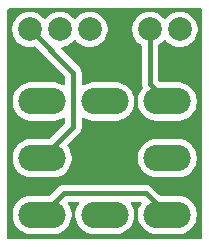
<source format=gbr>
%TF.GenerationSoftware,KiCad,Pcbnew,9.0.0*%
%TF.CreationDate,2025-02-28T17:36:00-08:00*%
%TF.ProjectId,3pdt board,33706474-2062-46f6-9172-642e6b696361,rev?*%
%TF.SameCoordinates,Original*%
%TF.FileFunction,Copper,L1,Top*%
%TF.FilePolarity,Positive*%
%FSLAX46Y46*%
G04 Gerber Fmt 4.6, Leading zero omitted, Abs format (unit mm)*
G04 Created by KiCad (PCBNEW 9.0.0) date 2025-02-28 17:36:00*
%MOMM*%
%LPD*%
G01*
G04 APERTURE LIST*
%TA.AperFunction,ComponentPad*%
%ADD10O,4.000000X2.250000*%
%TD*%
%TA.AperFunction,ComponentPad*%
%ADD11C,2.000000*%
%TD*%
%TA.AperFunction,Conductor*%
%ADD12C,0.400000*%
%TD*%
G04 APERTURE END LIST*
D10*
%TO.P,SW_3PDT1,9*%
%TO.N,Net-(SW_3PDT1-Pad3)*%
X144900000Y-83900000D03*
%TO.P,SW_3PDT1,8*%
%TO.N,Net-(JO1-Pin_1)*%
X144900000Y-79100000D03*
%TO.P,SW_3PDT1,7*%
%TO.N,Net-(OUT1-Pin_1)*%
X144900000Y-74300000D03*
%TO.P,SW_3PDT1,6*%
%TO.N,Net-(IN1-Pin_1)*%
X139600000Y-83900000D03*
%TO.P,SW_3PDT1,5*%
%TO.N,GND*%
X139600000Y-79100000D03*
%TO.P,SW_3PDT1,4*%
%TO.N,Net-(LED1-Pin_1)*%
X139600000Y-74300000D03*
%TO.P,SW_3PDT1,3*%
%TO.N,Net-(SW_3PDT1-Pad3)*%
X134300000Y-83900000D03*
%TO.P,SW_3PDT1,2*%
%TO.N,Net-(JI1-Pin_1)*%
X134300000Y-79100000D03*
%TO.P,SW_3PDT1,1*%
%TO.N,Net-(IN1-Pin_1)*%
X134300000Y-74300000D03*
%TD*%
D11*
%TO.P,OUT1,1,Pin_1*%
%TO.N,Net-(OUT1-Pin_1)*%
X143410000Y-68190000D03*
%TD*%
%TO.P,LED1,1,Pin_1*%
%TO.N,Net-(LED1-Pin_1)*%
X138330000Y-68190000D03*
%TD*%
%TO.P,JO1,1,Pin_1*%
%TO.N,Net-(JO1-Pin_1)*%
X145950000Y-68190000D03*
%TD*%
%TO.P,JI1,1,Pin_1*%
%TO.N,Net-(JI1-Pin_1)*%
X133250000Y-68190000D03*
%TD*%
%TO.P,IN1,1,Pin_1*%
%TO.N,Net-(IN1-Pin_1)*%
X135790000Y-68190000D03*
%TD*%
%TO.P,GND1,1,Pin_1*%
%TO.N,GND*%
X140870000Y-68190000D03*
%TD*%
D12*
%TO.N,Net-(JI1-Pin_1)*%
X133250000Y-68190000D02*
X136950000Y-71890000D01*
X136950000Y-71890000D02*
X136950000Y-76450000D01*
X136950000Y-76450000D02*
X134300000Y-79100000D01*
%TO.N,Net-(OUT1-Pin_1)*%
X143420000Y-72810000D02*
X144910000Y-74300000D01*
X143420000Y-68250000D02*
X143420000Y-72810000D01*
%TO.N,Net-(SW_3PDT1-Pad3)*%
X136120000Y-82080000D02*
X134300000Y-83900000D01*
X143080000Y-82080000D02*
X136120000Y-82080000D01*
X144900000Y-83900000D02*
X143080000Y-82080000D01*
%TD*%
%TA.AperFunction,Conductor*%
%TO.N,GND*%
G36*
X147792539Y-66450185D02*
G01*
X147838294Y-66502989D01*
X147849500Y-66554500D01*
X147849500Y-85805500D01*
X147829815Y-85872539D01*
X147777011Y-85918294D01*
X147725500Y-85929500D01*
X131474500Y-85929500D01*
X131407461Y-85909815D01*
X131361706Y-85857011D01*
X131350500Y-85805500D01*
X131350500Y-83772070D01*
X131799500Y-83772070D01*
X131799500Y-84027929D01*
X131839526Y-84280640D01*
X131918588Y-84523972D01*
X131918589Y-84523975D01*
X132034750Y-84751950D01*
X132185132Y-84958935D01*
X132185136Y-84958940D01*
X132366059Y-85139863D01*
X132366064Y-85139867D01*
X132546607Y-85271038D01*
X132573053Y-85290252D01*
X132722080Y-85366185D01*
X132801024Y-85406410D01*
X132801027Y-85406411D01*
X132922693Y-85445942D01*
X133044361Y-85485474D01*
X133297070Y-85525500D01*
X133297071Y-85525500D01*
X135302929Y-85525500D01*
X135302930Y-85525500D01*
X135555639Y-85485474D01*
X135798975Y-85406410D01*
X136026947Y-85290252D01*
X136233942Y-85139862D01*
X136414862Y-84958942D01*
X136565252Y-84751947D01*
X136681410Y-84523975D01*
X136760474Y-84280639D01*
X136800500Y-84027930D01*
X136800500Y-83772070D01*
X136760474Y-83519361D01*
X136681410Y-83276025D01*
X136681410Y-83276024D01*
X136641185Y-83197080D01*
X136565252Y-83048053D01*
X136561139Y-83042392D01*
X136513910Y-82977385D01*
X136490430Y-82911578D01*
X136506256Y-82843525D01*
X136556362Y-82794830D01*
X136614228Y-82780500D01*
X137285772Y-82780500D01*
X137352811Y-82800185D01*
X137398566Y-82852989D01*
X137408510Y-82922147D01*
X137386090Y-82977385D01*
X137334750Y-83048049D01*
X137218589Y-83276024D01*
X137218588Y-83276027D01*
X137139526Y-83519359D01*
X137099500Y-83772070D01*
X137099500Y-84027929D01*
X137139526Y-84280640D01*
X137218588Y-84523972D01*
X137218589Y-84523975D01*
X137334750Y-84751950D01*
X137485132Y-84958935D01*
X137485136Y-84958940D01*
X137666059Y-85139863D01*
X137666064Y-85139867D01*
X137846607Y-85271038D01*
X137873053Y-85290252D01*
X138022080Y-85366185D01*
X138101024Y-85406410D01*
X138101027Y-85406411D01*
X138222693Y-85445942D01*
X138344361Y-85485474D01*
X138597070Y-85525500D01*
X138597071Y-85525500D01*
X140602929Y-85525500D01*
X140602930Y-85525500D01*
X140855639Y-85485474D01*
X141098975Y-85406410D01*
X141326947Y-85290252D01*
X141533942Y-85139862D01*
X141714862Y-84958942D01*
X141865252Y-84751947D01*
X141981410Y-84523975D01*
X142060474Y-84280639D01*
X142100500Y-84027930D01*
X142100500Y-83772070D01*
X142060474Y-83519361D01*
X141981410Y-83276025D01*
X141981410Y-83276024D01*
X141941185Y-83197080D01*
X141865252Y-83048053D01*
X141861139Y-83042392D01*
X141813910Y-82977385D01*
X141790430Y-82911578D01*
X141806256Y-82843525D01*
X141856362Y-82794830D01*
X141914228Y-82780500D01*
X142585773Y-82780500D01*
X142652812Y-82800185D01*
X142698567Y-82852989D01*
X142708511Y-82922147D01*
X142686091Y-82977383D01*
X142661884Y-83010703D01*
X142634748Y-83048052D01*
X142518589Y-83276024D01*
X142518588Y-83276027D01*
X142439526Y-83519359D01*
X142399500Y-83772070D01*
X142399500Y-84027929D01*
X142439526Y-84280640D01*
X142518588Y-84523972D01*
X142518589Y-84523975D01*
X142634750Y-84751950D01*
X142785132Y-84958935D01*
X142785136Y-84958940D01*
X142966059Y-85139863D01*
X142966064Y-85139867D01*
X143146607Y-85271038D01*
X143173053Y-85290252D01*
X143322080Y-85366185D01*
X143401024Y-85406410D01*
X143401027Y-85406411D01*
X143522693Y-85445942D01*
X143644361Y-85485474D01*
X143897070Y-85525500D01*
X143897071Y-85525500D01*
X145902929Y-85525500D01*
X145902930Y-85525500D01*
X146155639Y-85485474D01*
X146398975Y-85406410D01*
X146626947Y-85290252D01*
X146833942Y-85139862D01*
X147014862Y-84958942D01*
X147165252Y-84751947D01*
X147281410Y-84523975D01*
X147360474Y-84280639D01*
X147400500Y-84027930D01*
X147400500Y-83772070D01*
X147360474Y-83519361D01*
X147281410Y-83276025D01*
X147281410Y-83276024D01*
X147241185Y-83197080D01*
X147165252Y-83048053D01*
X147113909Y-82977385D01*
X147014867Y-82841064D01*
X147014863Y-82841059D01*
X146833940Y-82660136D01*
X146833935Y-82660132D01*
X146626950Y-82509750D01*
X146626949Y-82509749D01*
X146626947Y-82509748D01*
X146553910Y-82472533D01*
X146398975Y-82393589D01*
X146398972Y-82393588D01*
X146155640Y-82314526D01*
X146029284Y-82294513D01*
X145902930Y-82274500D01*
X145902929Y-82274500D01*
X144316519Y-82274500D01*
X144249480Y-82254815D01*
X144228838Y-82238181D01*
X143526546Y-81535888D01*
X143526545Y-81535887D01*
X143411807Y-81459222D01*
X143284332Y-81406421D01*
X143284322Y-81406418D01*
X143148996Y-81379500D01*
X143148994Y-81379500D01*
X143148993Y-81379500D01*
X136188994Y-81379500D01*
X136051006Y-81379500D01*
X136051004Y-81379500D01*
X135915677Y-81406418D01*
X135915667Y-81406421D01*
X135788192Y-81459222D01*
X135673454Y-81535887D01*
X135673453Y-81535888D01*
X134971162Y-82238181D01*
X134909839Y-82271666D01*
X134883481Y-82274500D01*
X133297070Y-82274500D01*
X133212833Y-82287842D01*
X133044359Y-82314526D01*
X132801027Y-82393588D01*
X132801024Y-82393589D01*
X132573049Y-82509750D01*
X132366064Y-82660132D01*
X132366059Y-82660136D01*
X132185136Y-82841059D01*
X132185132Y-82841064D01*
X132034750Y-83048049D01*
X131918589Y-83276024D01*
X131918588Y-83276027D01*
X131839526Y-83519359D01*
X131799500Y-83772070D01*
X131350500Y-83772070D01*
X131350500Y-68071902D01*
X131749500Y-68071902D01*
X131749500Y-68308097D01*
X131786446Y-68541368D01*
X131859433Y-68765996D01*
X131966657Y-68976433D01*
X132105483Y-69167510D01*
X132272490Y-69334517D01*
X132463567Y-69473343D01*
X132557060Y-69520980D01*
X132674003Y-69580566D01*
X132674005Y-69580566D01*
X132674008Y-69580568D01*
X132794412Y-69619689D01*
X132898631Y-69653553D01*
X133131903Y-69690500D01*
X133131908Y-69690500D01*
X133368097Y-69690500D01*
X133542533Y-69662871D01*
X133601368Y-69653553D01*
X133620824Y-69647230D01*
X133690661Y-69645234D01*
X133746823Y-69677480D01*
X136213181Y-72143838D01*
X136246666Y-72205161D01*
X136249500Y-72231519D01*
X136249500Y-72828078D01*
X136229815Y-72895117D01*
X136177011Y-72940872D01*
X136107853Y-72950816D01*
X136052615Y-72928396D01*
X136026950Y-72909750D01*
X136026949Y-72909749D01*
X136026947Y-72909748D01*
X135953910Y-72872533D01*
X135798975Y-72793589D01*
X135798972Y-72793588D01*
X135555640Y-72714526D01*
X135429284Y-72694513D01*
X135302930Y-72674500D01*
X133297070Y-72674500D01*
X133212833Y-72687842D01*
X133044359Y-72714526D01*
X132801027Y-72793588D01*
X132801024Y-72793589D01*
X132573049Y-72909750D01*
X132366064Y-73060132D01*
X132366059Y-73060136D01*
X132185136Y-73241059D01*
X132185132Y-73241064D01*
X132034750Y-73448049D01*
X131918589Y-73676024D01*
X131918588Y-73676027D01*
X131839526Y-73919359D01*
X131799500Y-74172070D01*
X131799500Y-74427929D01*
X131839526Y-74680640D01*
X131918588Y-74923972D01*
X131918589Y-74923975D01*
X132034750Y-75151950D01*
X132185132Y-75358935D01*
X132185136Y-75358940D01*
X132366059Y-75539863D01*
X132366064Y-75539867D01*
X132515067Y-75648123D01*
X132573053Y-75690252D01*
X132722080Y-75766185D01*
X132801024Y-75806410D01*
X132801027Y-75806411D01*
X132922693Y-75845942D01*
X133044361Y-75885474D01*
X133297070Y-75925500D01*
X133297071Y-75925500D01*
X135302929Y-75925500D01*
X135302930Y-75925500D01*
X135555639Y-75885474D01*
X135798975Y-75806410D01*
X136026947Y-75690252D01*
X136052614Y-75671603D01*
X136118419Y-75648123D01*
X136186473Y-75663947D01*
X136235169Y-75714052D01*
X136249500Y-75771921D01*
X136249500Y-76108481D01*
X136229815Y-76175520D01*
X136213181Y-76196162D01*
X134971162Y-77438181D01*
X134909839Y-77471666D01*
X134883481Y-77474500D01*
X133297070Y-77474500D01*
X133212833Y-77487842D01*
X133044359Y-77514526D01*
X132801027Y-77593588D01*
X132801024Y-77593589D01*
X132573049Y-77709750D01*
X132366064Y-77860132D01*
X132366059Y-77860136D01*
X132185136Y-78041059D01*
X132185132Y-78041064D01*
X132034750Y-78248049D01*
X131918589Y-78476024D01*
X131918588Y-78476027D01*
X131839526Y-78719359D01*
X131799500Y-78972070D01*
X131799500Y-79227929D01*
X131839526Y-79480640D01*
X131918588Y-79723972D01*
X131918589Y-79723975D01*
X132034750Y-79951950D01*
X132185132Y-80158935D01*
X132185136Y-80158940D01*
X132366059Y-80339863D01*
X132366064Y-80339867D01*
X132546607Y-80471038D01*
X132573053Y-80490252D01*
X132722080Y-80566185D01*
X132801024Y-80606410D01*
X132801027Y-80606411D01*
X132922693Y-80645942D01*
X133044361Y-80685474D01*
X133297070Y-80725500D01*
X133297071Y-80725500D01*
X135302929Y-80725500D01*
X135302930Y-80725500D01*
X135555639Y-80685474D01*
X135798975Y-80606410D01*
X136026947Y-80490252D01*
X136233942Y-80339862D01*
X136414862Y-80158942D01*
X136565252Y-79951947D01*
X136681410Y-79723975D01*
X136760474Y-79480639D01*
X136800500Y-79227930D01*
X136800500Y-78972070D01*
X142399500Y-78972070D01*
X142399500Y-79227929D01*
X142439526Y-79480640D01*
X142518588Y-79723972D01*
X142518589Y-79723975D01*
X142634750Y-79951950D01*
X142785132Y-80158935D01*
X142785136Y-80158940D01*
X142966059Y-80339863D01*
X142966064Y-80339867D01*
X143146607Y-80471038D01*
X143173053Y-80490252D01*
X143322080Y-80566185D01*
X143401024Y-80606410D01*
X143401027Y-80606411D01*
X143522693Y-80645942D01*
X143644361Y-80685474D01*
X143897070Y-80725500D01*
X143897071Y-80725500D01*
X145902929Y-80725500D01*
X145902930Y-80725500D01*
X146155639Y-80685474D01*
X146398975Y-80606410D01*
X146626947Y-80490252D01*
X146833942Y-80339862D01*
X147014862Y-80158942D01*
X147165252Y-79951947D01*
X147281410Y-79723975D01*
X147360474Y-79480639D01*
X147400500Y-79227930D01*
X147400500Y-78972070D01*
X147360474Y-78719361D01*
X147281410Y-78476025D01*
X147281410Y-78476024D01*
X147241185Y-78397080D01*
X147165252Y-78248053D01*
X147146038Y-78221607D01*
X147014867Y-78041064D01*
X147014863Y-78041059D01*
X146833940Y-77860136D01*
X146833935Y-77860132D01*
X146626950Y-77709750D01*
X146626949Y-77709749D01*
X146626947Y-77709748D01*
X146553910Y-77672533D01*
X146398975Y-77593589D01*
X146398972Y-77593588D01*
X146155640Y-77514526D01*
X146029284Y-77494513D01*
X145902930Y-77474500D01*
X143897070Y-77474500D01*
X143812833Y-77487842D01*
X143644359Y-77514526D01*
X143401027Y-77593588D01*
X143401024Y-77593589D01*
X143173049Y-77709750D01*
X142966064Y-77860132D01*
X142966059Y-77860136D01*
X142785136Y-78041059D01*
X142785132Y-78041064D01*
X142634750Y-78248049D01*
X142518589Y-78476024D01*
X142518588Y-78476027D01*
X142439526Y-78719359D01*
X142399500Y-78972070D01*
X136800500Y-78972070D01*
X136760474Y-78719361D01*
X136681410Y-78476025D01*
X136681410Y-78476024D01*
X136641185Y-78397080D01*
X136565252Y-78248053D01*
X136552422Y-78230395D01*
X136449648Y-78088936D01*
X136426168Y-78023130D01*
X136441994Y-77955076D01*
X136462281Y-77928374D01*
X137494114Y-76896543D01*
X137570775Y-76781811D01*
X137623580Y-76654328D01*
X137650500Y-76518994D01*
X137650500Y-76381006D01*
X137650500Y-75771921D01*
X137670185Y-75704882D01*
X137722989Y-75659127D01*
X137792147Y-75649183D01*
X137847384Y-75671603D01*
X137862438Y-75682540D01*
X137873051Y-75690251D01*
X138101024Y-75806410D01*
X138101027Y-75806411D01*
X138222693Y-75845942D01*
X138344361Y-75885474D01*
X138597070Y-75925500D01*
X138597071Y-75925500D01*
X140602929Y-75925500D01*
X140602930Y-75925500D01*
X140855639Y-75885474D01*
X141098975Y-75806410D01*
X141326947Y-75690252D01*
X141533942Y-75539862D01*
X141714862Y-75358942D01*
X141865252Y-75151947D01*
X141981410Y-74923975D01*
X142060474Y-74680639D01*
X142100500Y-74427930D01*
X142100500Y-74172070D01*
X142060474Y-73919361D01*
X141981410Y-73676025D01*
X141981410Y-73676024D01*
X141941185Y-73597080D01*
X141865252Y-73448053D01*
X141720525Y-73248852D01*
X141714867Y-73241064D01*
X141714863Y-73241059D01*
X141533940Y-73060136D01*
X141533935Y-73060132D01*
X141326950Y-72909750D01*
X141326949Y-72909749D01*
X141326947Y-72909748D01*
X141253910Y-72872533D01*
X141098975Y-72793589D01*
X141098972Y-72793588D01*
X140855640Y-72714526D01*
X140729284Y-72694513D01*
X140602930Y-72674500D01*
X138597070Y-72674500D01*
X138512833Y-72687842D01*
X138344359Y-72714526D01*
X138101027Y-72793588D01*
X138101024Y-72793589D01*
X137873049Y-72909750D01*
X137847385Y-72928396D01*
X137781578Y-72951876D01*
X137713525Y-72936050D01*
X137664830Y-72885944D01*
X137650500Y-72828078D01*
X137650500Y-71821004D01*
X137623581Y-71685677D01*
X137623580Y-71685676D01*
X137623580Y-71685672D01*
X137623578Y-71685667D01*
X137570777Y-71558192D01*
X137494112Y-71443454D01*
X137494111Y-71443453D01*
X135936066Y-69885409D01*
X135902581Y-69824086D01*
X135907565Y-69754394D01*
X135949437Y-69698461D01*
X136004349Y-69675255D01*
X136141368Y-69653553D01*
X136166971Y-69645234D01*
X136365992Y-69580568D01*
X136576433Y-69473343D01*
X136767510Y-69334517D01*
X136934517Y-69167510D01*
X136959682Y-69132872D01*
X137015011Y-69090207D01*
X137084625Y-69084228D01*
X137146420Y-69116833D01*
X137160315Y-69132870D01*
X137185483Y-69167510D01*
X137352490Y-69334517D01*
X137543567Y-69473343D01*
X137637060Y-69520980D01*
X137754003Y-69580566D01*
X137754005Y-69580566D01*
X137754008Y-69580568D01*
X137874412Y-69619689D01*
X137978631Y-69653553D01*
X138211903Y-69690500D01*
X138211908Y-69690500D01*
X138448097Y-69690500D01*
X138681368Y-69653553D01*
X138706971Y-69645234D01*
X138905992Y-69580568D01*
X139116433Y-69473343D01*
X139307510Y-69334517D01*
X139474517Y-69167510D01*
X139613343Y-68976433D01*
X139720568Y-68765992D01*
X139793553Y-68541368D01*
X139830500Y-68308097D01*
X139830500Y-68071902D01*
X141909500Y-68071902D01*
X141909500Y-68308097D01*
X141946446Y-68541368D01*
X142019433Y-68765996D01*
X142126657Y-68976433D01*
X142265483Y-69167510D01*
X142432490Y-69334517D01*
X142623567Y-69473343D01*
X142651794Y-69487725D01*
X142702590Y-69535698D01*
X142719500Y-69598210D01*
X142719500Y-72741006D01*
X142719500Y-72878994D01*
X142719500Y-72878996D01*
X142719499Y-72878996D01*
X142746418Y-73014322D01*
X142746421Y-73014332D01*
X142793717Y-73128515D01*
X142801186Y-73197984D01*
X142779474Y-73248852D01*
X142634750Y-73448049D01*
X142518589Y-73676024D01*
X142518588Y-73676027D01*
X142439526Y-73919359D01*
X142399500Y-74172070D01*
X142399500Y-74427929D01*
X142439526Y-74680640D01*
X142518588Y-74923972D01*
X142518589Y-74923975D01*
X142634750Y-75151950D01*
X142785132Y-75358935D01*
X142785136Y-75358940D01*
X142966059Y-75539863D01*
X142966064Y-75539867D01*
X143115067Y-75648123D01*
X143173053Y-75690252D01*
X143322080Y-75766185D01*
X143401024Y-75806410D01*
X143401027Y-75806411D01*
X143522693Y-75845942D01*
X143644361Y-75885474D01*
X143897070Y-75925500D01*
X143897071Y-75925500D01*
X145902929Y-75925500D01*
X145902930Y-75925500D01*
X146155639Y-75885474D01*
X146398975Y-75806410D01*
X146626947Y-75690252D01*
X146833942Y-75539862D01*
X147014862Y-75358942D01*
X147165252Y-75151947D01*
X147281410Y-74923975D01*
X147360474Y-74680639D01*
X147400500Y-74427930D01*
X147400500Y-74172070D01*
X147360474Y-73919361D01*
X147281410Y-73676025D01*
X147281410Y-73676024D01*
X147241185Y-73597080D01*
X147165252Y-73448053D01*
X147020525Y-73248852D01*
X147014867Y-73241064D01*
X147014863Y-73241059D01*
X146833940Y-73060136D01*
X146833935Y-73060132D01*
X146626950Y-72909750D01*
X146626949Y-72909749D01*
X146626947Y-72909748D01*
X146553910Y-72872533D01*
X146398975Y-72793589D01*
X146398972Y-72793588D01*
X146155640Y-72714526D01*
X146029284Y-72694513D01*
X145902930Y-72674500D01*
X145902929Y-72674500D01*
X144326519Y-72674500D01*
X144297078Y-72665855D01*
X144267092Y-72659332D01*
X144262076Y-72655577D01*
X144259480Y-72654815D01*
X144238838Y-72638181D01*
X144156819Y-72556162D01*
X144123334Y-72494839D01*
X144120500Y-72468481D01*
X144120500Y-69588019D01*
X144140185Y-69520980D01*
X144188208Y-69477533D01*
X144196433Y-69473343D01*
X144387510Y-69334517D01*
X144554517Y-69167510D01*
X144579682Y-69132872D01*
X144635011Y-69090207D01*
X144704625Y-69084228D01*
X144766420Y-69116833D01*
X144780315Y-69132870D01*
X144805483Y-69167510D01*
X144972490Y-69334517D01*
X145163567Y-69473343D01*
X145257060Y-69520980D01*
X145374003Y-69580566D01*
X145374005Y-69580566D01*
X145374008Y-69580568D01*
X145494412Y-69619689D01*
X145598631Y-69653553D01*
X145831903Y-69690500D01*
X145831908Y-69690500D01*
X146068097Y-69690500D01*
X146301368Y-69653553D01*
X146326971Y-69645234D01*
X146525992Y-69580568D01*
X146736433Y-69473343D01*
X146927510Y-69334517D01*
X147094517Y-69167510D01*
X147233343Y-68976433D01*
X147340568Y-68765992D01*
X147413553Y-68541368D01*
X147450500Y-68308097D01*
X147450500Y-68071902D01*
X147413553Y-67838631D01*
X147340566Y-67614003D01*
X147233342Y-67403566D01*
X147219999Y-67385201D01*
X147094517Y-67212490D01*
X146927510Y-67045483D01*
X146736433Y-66906657D01*
X146525996Y-66799433D01*
X146301368Y-66726446D01*
X146068097Y-66689500D01*
X146068092Y-66689500D01*
X145831908Y-66689500D01*
X145831903Y-66689500D01*
X145598631Y-66726446D01*
X145374003Y-66799433D01*
X145163566Y-66906657D01*
X145054550Y-66985862D01*
X144972490Y-67045483D01*
X144972488Y-67045485D01*
X144972487Y-67045485D01*
X144805484Y-67212488D01*
X144780318Y-67247127D01*
X144724987Y-67289792D01*
X144655374Y-67295771D01*
X144593579Y-67263165D01*
X144579682Y-67247127D01*
X144554517Y-67212490D01*
X144387510Y-67045483D01*
X144196433Y-66906657D01*
X143985996Y-66799433D01*
X143761368Y-66726446D01*
X143528097Y-66689500D01*
X143528092Y-66689500D01*
X143291908Y-66689500D01*
X143291903Y-66689500D01*
X143058631Y-66726446D01*
X142834003Y-66799433D01*
X142623566Y-66906657D01*
X142514550Y-66985862D01*
X142432490Y-67045483D01*
X142432488Y-67045485D01*
X142432487Y-67045485D01*
X142265485Y-67212487D01*
X142265485Y-67212488D01*
X142265483Y-67212490D01*
X142209320Y-67289792D01*
X142126657Y-67403566D01*
X142019433Y-67614003D01*
X141946446Y-67838631D01*
X141909500Y-68071902D01*
X139830500Y-68071902D01*
X139793553Y-67838631D01*
X139720566Y-67614003D01*
X139613342Y-67403566D01*
X139599999Y-67385201D01*
X139474517Y-67212490D01*
X139307510Y-67045483D01*
X139116433Y-66906657D01*
X138905996Y-66799433D01*
X138681368Y-66726446D01*
X138448097Y-66689500D01*
X138448092Y-66689500D01*
X138211908Y-66689500D01*
X138211903Y-66689500D01*
X137978631Y-66726446D01*
X137754003Y-66799433D01*
X137543566Y-66906657D01*
X137434550Y-66985862D01*
X137352490Y-67045483D01*
X137352488Y-67045485D01*
X137352487Y-67045485D01*
X137185484Y-67212488D01*
X137160318Y-67247127D01*
X137104987Y-67289792D01*
X137035374Y-67295771D01*
X136973579Y-67263165D01*
X136959682Y-67247127D01*
X136934517Y-67212490D01*
X136767510Y-67045483D01*
X136576433Y-66906657D01*
X136365996Y-66799433D01*
X136141368Y-66726446D01*
X135908097Y-66689500D01*
X135908092Y-66689500D01*
X135671908Y-66689500D01*
X135671903Y-66689500D01*
X135438631Y-66726446D01*
X135214003Y-66799433D01*
X135003566Y-66906657D01*
X134894550Y-66985862D01*
X134812490Y-67045483D01*
X134812488Y-67045485D01*
X134812487Y-67045485D01*
X134645484Y-67212488D01*
X134620318Y-67247127D01*
X134564987Y-67289792D01*
X134495374Y-67295771D01*
X134433579Y-67263165D01*
X134419682Y-67247127D01*
X134394517Y-67212490D01*
X134227510Y-67045483D01*
X134036433Y-66906657D01*
X133825996Y-66799433D01*
X133601368Y-66726446D01*
X133368097Y-66689500D01*
X133368092Y-66689500D01*
X133131908Y-66689500D01*
X133131903Y-66689500D01*
X132898631Y-66726446D01*
X132674003Y-66799433D01*
X132463566Y-66906657D01*
X132354550Y-66985862D01*
X132272490Y-67045483D01*
X132272488Y-67045485D01*
X132272487Y-67045485D01*
X132105485Y-67212487D01*
X132105485Y-67212488D01*
X132105483Y-67212490D01*
X132049320Y-67289792D01*
X131966657Y-67403566D01*
X131859433Y-67614003D01*
X131786446Y-67838631D01*
X131749500Y-68071902D01*
X131350500Y-68071902D01*
X131350500Y-66554500D01*
X131370185Y-66487461D01*
X131422989Y-66441706D01*
X131474500Y-66430500D01*
X147725500Y-66430500D01*
X147792539Y-66450185D01*
G37*
%TD.AperFunction*%
%TD*%
M02*

</source>
